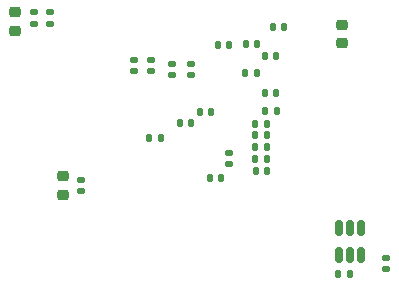
<source format=gbp>
%TF.GenerationSoftware,KiCad,Pcbnew,6.0.11+dfsg-1*%
%TF.CreationDate,2026-01-13T21:19:23-05:00*%
%TF.ProjectId,Deck_FPGA,4465636b-5f46-4504-9741-2e6b69636164,rev?*%
%TF.SameCoordinates,Original*%
%TF.FileFunction,Paste,Bot*%
%TF.FilePolarity,Positive*%
%FSLAX46Y46*%
G04 Gerber Fmt 4.6, Leading zero omitted, Abs format (unit mm)*
G04 Created by KiCad (PCBNEW 6.0.11+dfsg-1) date 2026-01-13 21:19:23*
%MOMM*%
%LPD*%
G01*
G04 APERTURE LIST*
G04 Aperture macros list*
%AMRoundRect*
0 Rectangle with rounded corners*
0 $1 Rounding radius*
0 $2 $3 $4 $5 $6 $7 $8 $9 X,Y pos of 4 corners*
0 Add a 4 corners polygon primitive as box body*
4,1,4,$2,$3,$4,$5,$6,$7,$8,$9,$2,$3,0*
0 Add four circle primitives for the rounded corners*
1,1,$1+$1,$2,$3*
1,1,$1+$1,$4,$5*
1,1,$1+$1,$6,$7*
1,1,$1+$1,$8,$9*
0 Add four rect primitives between the rounded corners*
20,1,$1+$1,$2,$3,$4,$5,0*
20,1,$1+$1,$4,$5,$6,$7,0*
20,1,$1+$1,$6,$7,$8,$9,0*
20,1,$1+$1,$8,$9,$2,$3,0*%
G04 Aperture macros list end*
%ADD10RoundRect,0.140000X-0.140000X-0.170000X0.140000X-0.170000X0.140000X0.170000X-0.140000X0.170000X0*%
%ADD11RoundRect,0.140000X0.140000X0.170000X-0.140000X0.170000X-0.140000X-0.170000X0.140000X-0.170000X0*%
%ADD12RoundRect,0.140000X0.170000X-0.140000X0.170000X0.140000X-0.170000X0.140000X-0.170000X-0.140000X0*%
%ADD13RoundRect,0.135000X-0.135000X-0.185000X0.135000X-0.185000X0.135000X0.185000X-0.135000X0.185000X0*%
%ADD14RoundRect,0.225000X-0.250000X0.225000X-0.250000X-0.225000X0.250000X-0.225000X0.250000X0.225000X0*%
%ADD15RoundRect,0.135000X-0.185000X0.135000X-0.185000X-0.135000X0.185000X-0.135000X0.185000X0.135000X0*%
%ADD16RoundRect,0.140000X-0.170000X0.140000X-0.170000X-0.140000X0.170000X-0.140000X0.170000X0.140000X0*%
%ADD17RoundRect,0.225000X0.250000X-0.225000X0.250000X0.225000X-0.250000X0.225000X-0.250000X-0.225000X0*%
%ADD18RoundRect,0.135000X0.185000X-0.135000X0.185000X0.135000X-0.185000X0.135000X-0.185000X-0.135000X0*%
%ADD19RoundRect,0.150000X0.150000X-0.512500X0.150000X0.512500X-0.150000X0.512500X-0.150000X-0.512500X0*%
G04 APERTURE END LIST*
D10*
%TO.C,C14*%
X104270000Y-104450000D03*
X105230000Y-104450000D03*
%TD*%
D11*
%TO.C,C17*%
X97080000Y-112450000D03*
X96120000Y-112450000D03*
%TD*%
D12*
%TO.C,C6*%
X99650000Y-107080000D03*
X99650000Y-106120000D03*
%TD*%
D13*
%TO.C,R2*%
X104240000Y-106950000D03*
X105260000Y-106950000D03*
%TD*%
%TO.C,R6*%
X105090000Y-113200000D03*
X106110000Y-113200000D03*
%TD*%
D14*
%TO.C,C15*%
X88800000Y-115675000D03*
X88800000Y-117225000D03*
%TD*%
D11*
%TO.C,C18*%
X101330000Y-110200000D03*
X100370000Y-110200000D03*
%TD*%
%TO.C,C8*%
X106830000Y-105450000D03*
X105870000Y-105450000D03*
%TD*%
D12*
%TO.C,C5*%
X98050000Y-107080000D03*
X98050000Y-106120000D03*
%TD*%
D15*
%TO.C,R25*%
X86350000Y-101790000D03*
X86350000Y-102810000D03*
%TD*%
D16*
%TO.C,C30*%
X116150000Y-122570000D03*
X116150000Y-123530000D03*
%TD*%
D14*
%TO.C,C19*%
X84750000Y-101775000D03*
X84750000Y-103325000D03*
%TD*%
D11*
%TO.C,C4*%
X99680000Y-111150000D03*
X98720000Y-111150000D03*
%TD*%
D10*
%TO.C,C11*%
X105920000Y-108600000D03*
X106880000Y-108600000D03*
%TD*%
D11*
%TO.C,C10*%
X106080000Y-115250000D03*
X105120000Y-115250000D03*
%TD*%
D16*
%TO.C,C21*%
X96250000Y-105820000D03*
X96250000Y-106780000D03*
%TD*%
D17*
%TO.C,C7*%
X112450000Y-104375000D03*
X112450000Y-102825000D03*
%TD*%
D11*
%TO.C,C12*%
X107530000Y-103000000D03*
X106570000Y-103000000D03*
%TD*%
D13*
%TO.C,R3*%
X105890000Y-110150000D03*
X106910000Y-110150000D03*
%TD*%
D16*
%TO.C,C20*%
X94850000Y-105820000D03*
X94850000Y-106780000D03*
%TD*%
D13*
%TO.C,R1*%
X105090000Y-111200000D03*
X106110000Y-111200000D03*
%TD*%
D10*
%TO.C,C31*%
X112120000Y-123900000D03*
X113080000Y-123900000D03*
%TD*%
%TO.C,C34*%
X101220000Y-115800000D03*
X102180000Y-115800000D03*
%TD*%
D16*
%TO.C,C33*%
X102850000Y-113670000D03*
X102850000Y-114630000D03*
%TD*%
D13*
%TO.C,R4*%
X105090000Y-114200000D03*
X106110000Y-114200000D03*
%TD*%
D10*
%TO.C,C13*%
X101920000Y-104550000D03*
X102880000Y-104550000D03*
%TD*%
D18*
%TO.C,R24*%
X87700000Y-102810000D03*
X87700000Y-101790000D03*
%TD*%
D19*
%TO.C,U4*%
X114050000Y-122337500D03*
X113100000Y-122337500D03*
X112150000Y-122337500D03*
X112150000Y-120062500D03*
X113100000Y-120062500D03*
X114050000Y-120062500D03*
%TD*%
D16*
%TO.C,C16*%
X90300000Y-115970000D03*
X90300000Y-116930000D03*
%TD*%
D13*
%TO.C,R5*%
X105090000Y-112200000D03*
X106110000Y-112200000D03*
%TD*%
M02*

</source>
